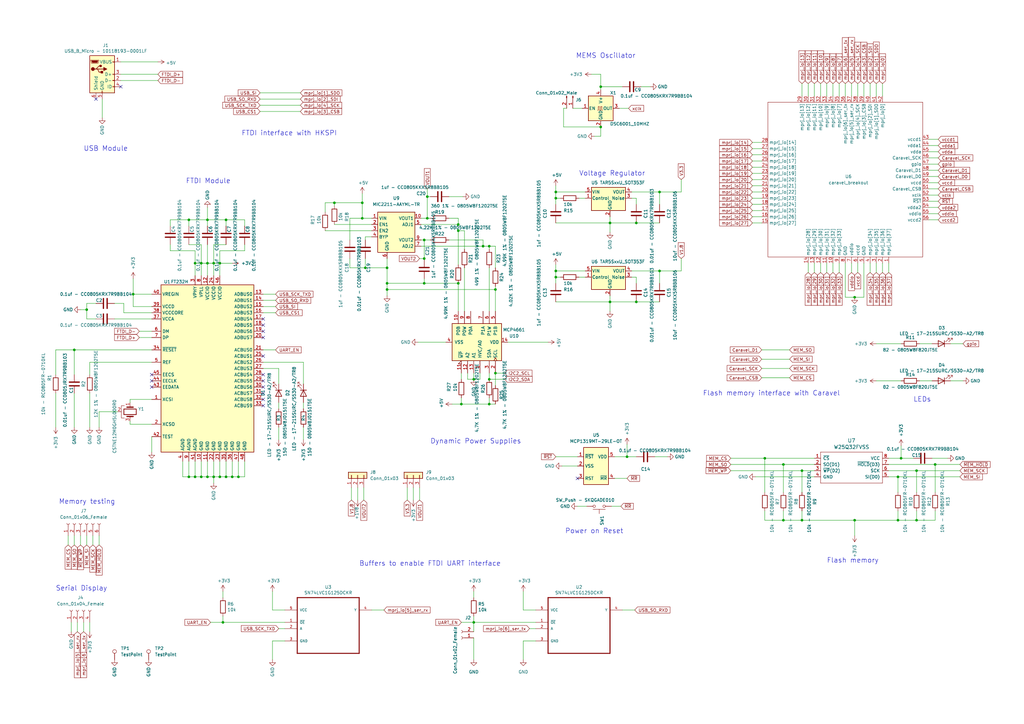
<source format=kicad_sch>
(kicad_sch (version 20211123) (generator eeschema)
  (paper "A3")
  (junction (at 375.92 213.36))
  (junction (at 246.38 35.56))
  (junction (at 97.79 195.58))
  (junction (at 173.99 116.205))
  (junction (at 246.38 52.07))
  (junction (at 173.99 98.425))
  (junction (at 158.75 118.745))
  (junction (at 85.09 90.17))
  (junction (at 198.12 100.965))
  (junction (at 85.09 195.58))
  (junction (at 368.3 195.58))
  (junction (at 187.96 92.075))
  (junction (at 203.2 118.745))
  (junction (at 30.48 143.51))
  (junction (at 200.66 165.735))
  (junction (at 148.59 83.185))
  (junction (at 158.75 109.855))
  (junction (at 270.51 78.74))
  (junction (at 368.3 213.36))
  (junction (at 328.93 213.36))
  (junction (at 375.92 193.04))
  (junction (at 257.175 187.325))
  (junction (at 85.09 107.95))
  (junction (at 260.985 91.44))
  (junction (at 313.69 187.96))
  (junction (at 91.44 255.27))
  (junction (at 200.66 100.965))
  (junction (at 158.75 116.205))
  (junction (at 92.71 195.58))
  (junction (at 77.47 195.58))
  (junction (at 77.47 90.17))
  (junction (at 189.23 165.735))
  (junction (at 187.96 94.615))
  (junction (at 250.19 91.44))
  (junction (at 87.63 195.58))
  (junction (at 383.54 190.5))
  (junction (at 227.965 113.665))
  (junction (at 87.63 107.95))
  (junction (at 54.61 120.65))
  (junction (at 250.19 123.825))
  (junction (at 350.52 213.36))
  (junction (at 35.56 127))
  (junction (at 227.965 78.74))
  (junction (at 350.52 121.92))
  (junction (at 90.17 195.58))
  (junction (at 173.99 106.045))
  (junction (at 260.985 123.825))
  (junction (at 82.55 195.58))
  (junction (at 328.93 193.04))
  (junction (at 148.59 89.535))
  (junction (at 203.2 153.035))
  (junction (at 90.17 107.95))
  (junction (at 187.96 116.205))
  (junction (at 270.51 111.125))
  (junction (at 80.01 107.95))
  (junction (at 227.965 81.28))
  (junction (at 149.86 109.855))
  (junction (at 137.16 83.185))
  (junction (at 369.57 187.96))
  (junction (at 227.965 111.125))
  (junction (at 194.31 255.27))
  (junction (at 200.66 155.575))
  (junction (at 194.31 155.575))
  (junction (at 321.31 190.5))
  (junction (at 175.26 80.645))
  (junction (at 95.25 195.58))
  (junction (at 175.26 89.535))
  (junction (at 80.01 195.58))
  (junction (at 321.31 213.36))
  (junction (at 92.71 90.17))
  (junction (at 82.55 107.95))
  (no_connect (at 107.95 138.43))
  (no_connect (at 107.95 133.35))
  (no_connect (at 62.23 158.75))
  (no_connect (at 62.23 153.67))
  (no_connect (at 62.23 156.21))
  (no_connect (at 107.95 130.81))
  (no_connect (at 107.95 146.05))
  (no_connect (at 107.95 135.89))
  (no_connect (at 39.37 40.64))
  (no_connect (at 49.53 35.56))
  (no_connect (at 107.95 163.83))
  (no_connect (at 236.855 196.215))
  (no_connect (at 107.95 158.75))
  (no_connect (at 107.95 156.21))
  (no_connect (at 107.95 161.29))
  (no_connect (at 107.95 166.37))
  (no_connect (at 107.95 153.67))
  (wire (pts (xy 22.86 161.29) (xy 22.86 175.26)))
  (wire (pts (xy 35.56 127) (xy 35.56 124.46)))
  (wire (pts (xy 359.41 111.76) (xy 359.41 107.95)))
  (wire (pts (xy 312.42 151.13) (xy 323.85 151.13)))
  (wire (pts (xy 53.34 172.72) (xy 53.34 173.99)))
  (wire (pts (xy 54.61 120.65) (xy 62.23 120.65)))
  (wire (pts (xy 203.2 118.745) (xy 203.2 127.635)))
  (wire (pts (xy 389.89 156.21) (xy 394.97 156.21)))
  (wire (pts (xy 219.71 250.19) (xy 214.63 250.19)))
  (wire (pts (xy 227.965 81.28) (xy 229.87 81.28)))
  (wire (pts (xy 172.085 200.025) (xy 172.085 205.105)))
  (wire (pts (xy 364.49 190.5) (xy 383.54 190.5)))
  (wire (pts (xy 200.66 100.965) (xy 203.2 100.965)))
  (wire (pts (xy 321.31 190.5) (xy 321.31 201.93)))
  (wire (pts (xy 30.48 143.51) (xy 62.23 143.51)))
  (wire (pts (xy 74.93 195.58) (xy 77.47 195.58)))
  (wire (pts (xy 346.71 39.37) (xy 346.71 34.29)))
  (wire (pts (xy 190.5 109.855) (xy 190.5 127.635)))
  (wire (pts (xy 252.095 187.325) (xy 257.175 187.325)))
  (wire (pts (xy 187.96 92.075) (xy 172.72 92.075)))
  (wire (pts (xy 381 80.01) (xy 384.81 80.01)))
  (wire (pts (xy 252.095 196.215) (xy 257.175 196.215)))
  (wire (pts (xy 80.01 195.58) (xy 82.55 195.58)))
  (wire (pts (xy 90.17 113.03) (xy 90.17 107.95)))
  (wire (pts (xy 191.77 153.035) (xy 191.77 155.575)))
  (wire (pts (xy 100.33 90.17) (xy 100.33 92.71)))
  (wire (pts (xy 194.31 245.11) (xy 194.31 242.57)))
  (wire (pts (xy 361.95 39.37) (xy 361.95 34.29)))
  (wire (pts (xy 90.17 107.95) (xy 90.17 102.87)))
  (wire (pts (xy 361.95 111.76) (xy 361.95 107.95)))
  (wire (pts (xy 100.33 195.58) (xy 97.79 195.58)))
  (wire (pts (xy 321.31 209.55) (xy 321.31 213.36)))
  (wire (pts (xy 381 57.15) (xy 384.81 57.15)))
  (wire (pts (xy 194.31 270.51) (xy 194.31 261.62)))
  (wire (pts (xy 149.86 97.155) (xy 149.86 98.425)))
  (wire (pts (xy 270.51 111.125) (xy 279.4 111.125)))
  (wire (pts (xy 124.46 180.34) (xy 124.46 175.26)))
  (wire (pts (xy 381 82.55) (xy 384.81 82.55)))
  (wire (pts (xy 133.35 94.615) (xy 152.4 94.615)))
  (wire (pts (xy 308.61 83.82) (xy 312.42 83.82)))
  (wire (pts (xy 369.57 187.96) (xy 374.65 187.96)))
  (wire (pts (xy 46.99 124.46) (xy 50.8 124.46)))
  (wire (pts (xy 279.4 73.66) (xy 279.4 78.74)))
  (wire (pts (xy 49.53 25.4) (xy 64.77 25.4)))
  (wire (pts (xy 246.38 36.83) (xy 246.38 35.56)))
  (wire (pts (xy 124.46 148.59) (xy 107.95 148.59)))
  (wire (pts (xy 313.69 187.96) (xy 313.69 201.93)))
  (wire (pts (xy 359.41 39.37) (xy 359.41 34.29)))
  (wire (pts (xy 173.99 114.3) (xy 173.99 116.205)))
  (wire (pts (xy 389.89 140.97) (xy 394.97 140.97)))
  (wire (pts (xy 172.085 106.045) (xy 173.99 106.045)))
  (wire (pts (xy 80.01 102.87) (xy 69.85 102.87)))
  (wire (pts (xy 158.75 118.745) (xy 158.75 121.285)))
  (wire (pts (xy 227.965 83.82) (xy 227.965 81.28)))
  (wire (pts (xy 92.71 90.17) (xy 92.71 92.71)))
  (wire (pts (xy 259.08 78.74) (xy 270.51 78.74)))
  (wire (pts (xy 143.51 89.535) (xy 148.59 89.535)))
  (wire (pts (xy 187.96 89.535) (xy 184.15 89.535)))
  (wire (pts (xy 194.31 155.575) (xy 196.85 155.575)))
  (wire (pts (xy 381 62.23) (xy 384.81 62.23)))
  (wire (pts (xy 92.71 189.23) (xy 92.71 195.58)))
  (wire (pts (xy 30.48 219.71) (xy 30.48 223.52)))
  (wire (pts (xy 334.01 111.76) (xy 334.01 107.95)))
  (wire (pts (xy 85.09 195.58) (xy 87.63 195.58)))
  (wire (pts (xy 339.09 111.76) (xy 339.09 107.95)))
  (wire (pts (xy 182.88 140.335) (xy 171.45 140.335)))
  (wire (pts (xy 95.25 195.58) (xy 92.71 195.58)))
  (wire (pts (xy 87.63 100.33) (xy 92.71 100.33)))
  (wire (pts (xy 111.76 270.51) (xy 111.76 262.89)))
  (wire (pts (xy 82.55 100.33) (xy 77.47 100.33)))
  (wire (pts (xy 40.64 168.91) (xy 48.26 168.91)))
  (wire (pts (xy 158.75 118.745) (xy 203.2 118.745)))
  (wire (pts (xy 299.72 187.96) (xy 313.69 187.96)))
  (wire (pts (xy 203.2 153.035) (xy 203.2 158.115)))
  (wire (pts (xy 203.2 109.855) (xy 203.2 100.965)))
  (wire (pts (xy 246.38 35.56) (xy 246.38 30.48)))
  (wire (pts (xy 383.54 213.36) (xy 383.54 209.55)))
  (wire (pts (xy 234.95 44.45) (xy 238.76 44.45)))
  (wire (pts (xy 30.48 161.29) (xy 30.48 175.26)))
  (wire (pts (xy 184.15 80.645) (xy 189.865 80.645)))
  (wire (pts (xy 268.605 187.325) (xy 273.685 187.325)))
  (wire (pts (xy 106.68 40.64) (xy 123.19 40.64)))
  (wire (pts (xy 90.17 102.87) (xy 100.33 102.87)))
  (wire (pts (xy 50.8 128.27) (xy 62.23 128.27)))
  (wire (pts (xy 250.19 88.9) (xy 250.19 91.44)))
  (wire (pts (xy 214.63 242.57) (xy 214.63 250.19)))
  (wire (pts (xy 250.19 91.44) (xy 260.985 91.44)))
  (wire (pts (xy 214.63 262.89) (xy 219.71 262.89)))
  (wire (pts (xy 190.5 94.615) (xy 190.5 102.235)))
  (wire (pts (xy 33.02 219.71) (xy 33.02 223.52)))
  (wire (pts (xy 137.16 83.185) (xy 137.16 84.455)))
  (wire (pts (xy 173.99 98.425) (xy 173.99 106.045)))
  (wire (pts (xy 259.08 113.665) (xy 260.985 113.665)))
  (wire (pts (xy 237.49 81.28) (xy 240.03 81.28)))
  (wire (pts (xy 308.61 66.04) (xy 312.42 66.04)))
  (wire (pts (xy 308.61 78.74) (xy 312.42 78.74)))
  (wire (pts (xy 85.09 107.95) (xy 85.09 100.33)))
  (wire (pts (xy 383.54 190.5) (xy 393.7 190.5)))
  (wire (pts (xy 369.57 182.88) (xy 369.57 187.96)))
  (wire (pts (xy 381 69.85) (xy 384.81 69.85)))
  (wire (pts (xy 341.63 39.37) (xy 341.63 34.29)))
  (wire (pts (xy 173.99 98.425) (xy 176.53 98.425)))
  (wire (pts (xy 116.84 250.19) (xy 111.76 250.19)))
  (wire (pts (xy 356.87 111.76) (xy 356.87 107.95)))
  (wire (pts (xy 312.42 154.94) (xy 323.85 154.94)))
  (wire (pts (xy 173.99 116.205) (xy 187.96 116.205)))
  (wire (pts (xy 100.33 102.87) (xy 100.33 100.33)))
  (wire (pts (xy 368.3 213.36) (xy 375.92 213.36)))
  (wire (pts (xy 246.38 30.48) (xy 242.57 30.48)))
  (wire (pts (xy 230.505 191.135) (xy 236.855 191.135)))
  (wire (pts (xy 313.69 213.36) (xy 321.31 213.36)))
  (wire (pts (xy 116.84 255.27) (xy 91.44 255.27)))
  (wire (pts (xy 217.17 257.81) (xy 219.71 257.81)))
  (wire (pts (xy 172.72 98.425) (xy 173.99 98.425)))
  (wire (pts (xy 187.96 89.535) (xy 187.96 92.075)))
  (wire (pts (xy 237.49 113.665) (xy 240.03 113.665)))
  (wire (pts (xy 69.85 102.87) (xy 69.85 100.33)))
  (wire (pts (xy 194.31 259.08) (xy 194.31 255.27)))
  (wire (pts (xy 143.51 109.855) (xy 149.86 109.855)))
  (wire (pts (xy 344.17 111.76) (xy 344.17 107.95)))
  (wire (pts (xy 231.14 44.45) (xy 232.41 44.45)))
  (wire (pts (xy 194.31 255.27) (xy 189.23 255.27)))
  (wire (pts (xy 381 77.47) (xy 384.81 77.47)))
  (wire (pts (xy 82.55 189.23) (xy 82.55 195.58)))
  (wire (pts (xy 85.09 113.03) (xy 85.09 107.95)))
  (wire (pts (xy 308.61 58.42) (xy 312.42 58.42)))
  (wire (pts (xy 208.28 140.335) (xy 224.79 140.335)))
  (wire (pts (xy 185.42 165.735) (xy 189.23 165.735)))
  (wire (pts (xy 114.3 167.64) (xy 114.3 165.1)))
  (wire (pts (xy 375.92 193.04) (xy 393.7 193.04)))
  (wire (pts (xy 313.69 213.36) (xy 313.69 209.55)))
  (wire (pts (xy 383.54 190.5) (xy 383.54 201.93)))
  (wire (pts (xy 169.545 200.025) (xy 169.545 205.105)))
  (wire (pts (xy 260.985 81.28) (xy 260.985 83.82)))
  (wire (pts (xy 227.965 123.825) (xy 250.19 123.825)))
  (wire (pts (xy 250.825 207.645) (xy 254.635 207.645)))
  (wire (pts (xy 62.23 185.42) (xy 62.23 179.07)))
  (wire (pts (xy 381 67.31) (xy 384.81 67.31)))
  (wire (pts (xy 349.25 111.76) (xy 349.25 107.95)))
  (wire (pts (xy 227.965 187.325) (xy 236.855 187.325)))
  (wire (pts (xy 308.61 81.28) (xy 312.42 81.28)))
  (wire (pts (xy 381 90.17) (xy 384.81 90.17)))
  (wire (pts (xy 328.93 39.37) (xy 328.93 34.29)))
  (wire (pts (xy 194.31 153.035) (xy 194.31 155.575)))
  (wire (pts (xy 114.3 257.81) (xy 116.84 257.81)))
  (wire (pts (xy 341.63 111.76) (xy 341.63 107.95)))
  (wire (pts (xy 257.175 187.325) (xy 257.175 182.245)))
  (wire (pts (xy 257.175 187.325) (xy 260.985 187.325)))
  (wire (pts (xy 97.79 195.58) (xy 95.25 195.58)))
  (wire (pts (xy 148.59 89.535) (xy 152.4 89.535)))
  (wire (pts (xy 152.4 250.19) (xy 157.48 250.19)))
  (wire (pts (xy 148.59 83.185) (xy 148.59 89.535)))
  (wire (pts (xy 62.23 130.81) (xy 46.99 130.81)))
  (wire (pts (xy 124.46 148.59) (xy 124.46 157.48)))
  (wire (pts (xy 54.61 114.3) (xy 54.61 120.65)))
  (wire (pts (xy 144.145 200.025) (xy 144.145 205.105)))
  (wire (pts (xy 143.51 98.425) (xy 143.51 89.535)))
  (wire (pts (xy 187.96 116.205) (xy 187.96 127.635)))
  (wire (pts (xy 87.63 113.03) (xy 87.63 107.95)))
  (wire (pts (xy 200.66 163.195) (xy 200.66 165.735)))
  (wire (pts (xy 90.17 195.58) (xy 87.63 195.58)))
  (wire (pts (xy 124.46 167.64) (xy 124.46 165.1)))
  (wire (pts (xy 187.96 92.075) (xy 187.96 94.615)))
  (wire (pts (xy 270.51 78.74) (xy 279.4 78.74)))
  (wire (pts (xy 203.2 153.035) (xy 207.01 153.035)))
  (wire (pts (xy 175.26 80.645) (xy 175.26 89.535)))
  (wire (pts (xy 27.94 219.71) (xy 27.94 223.52)))
  (wire (pts (xy 270.51 78.74) (xy 270.51 83.82)))
  (wire (pts (xy 77.47 90.17) (xy 85.09 90.17)))
  (wire (pts (xy 38.1 219.71) (xy 38.1 223.52)))
  (wire (pts (xy 187.96 94.615) (xy 190.5 94.615)))
  (wire (pts (xy 312.42 143.51) (xy 323.85 143.51)))
  (wire (pts (xy 133.35 83.185) (xy 137.16 83.185)))
  (wire (pts (xy 351.79 39.37) (xy 351.79 34.29)))
  (wire (pts (xy 350.52 219.71) (xy 350.52 213.36)))
  (wire (pts (xy 255.27 250.19) (xy 260.35 250.19)))
  (wire (pts (xy 35.56 130.81) (xy 39.37 130.81)))
  (wire (pts (xy 331.47 111.76) (xy 331.47 107.95)))
  (wire (pts (xy 85.09 107.95) (xy 87.63 107.95)))
  (wire (pts (xy 270.51 111.125) (xy 270.51 116.205)))
  (wire (pts (xy 158.75 116.205) (xy 158.75 118.745)))
  (wire (pts (xy 200.66 153.035) (xy 200.66 155.575)))
  (wire (pts (xy 77.47 90.17) (xy 69.85 90.17)))
  (wire (pts (xy 92.71 90.17) (xy 100.33 90.17)))
  (wire (pts (xy 336.55 111.76) (xy 336.55 107.95)))
  (wire (pts (xy 82.55 195.58) (xy 85.09 195.58)))
  (wire (pts (xy 381 64.77) (xy 384.81 64.77)))
  (wire (pts (xy 308.61 91.44) (xy 312.42 91.44)))
  (wire (pts (xy 82.55 107.95) (xy 85.09 107.95)))
  (wire (pts (xy 227.965 91.44) (xy 250.19 91.44)))
  (wire (pts (xy 173.99 106.045) (xy 173.99 106.68)))
  (wire (pts (xy 368.3 195.58) (xy 393.7 195.58)))
  (wire (pts (xy 246.38 55.88) (xy 246.38 52.07)))
  (wire (pts (xy 250.19 123.825) (xy 250.19 127.635)))
  (wire (pts (xy 200.66 165.735) (xy 203.2 165.735)))
  (wire (pts (xy 143.51 106.045) (xy 143.51 109.855)))
  (wire (pts (xy 85.09 90.17) (xy 92.71 90.17)))
  (wire (pts (xy 36.83 153.67) (xy 36.83 148.59)))
  (wire (pts (xy 80.01 189.23) (xy 80.01 195.58)))
  (wire (pts (xy 158.75 109.855) (xy 158.75 116.205)))
  (wire (pts (xy 114.3 180.34) (xy 114.3 175.26)))
  (wire (pts (xy 106.68 38.1) (xy 123.19 38.1)))
  (wire (pts (xy 260.985 113.665) (xy 260.985 116.205)))
  (wire (pts (xy 381 72.39) (xy 384.81 72.39)))
  (wire (pts (xy 214.63 270.51) (xy 214.63 262.89)))
  (wire (pts (xy 328.93 213.36) (xy 350.52 213.36)))
  (wire (pts (xy 328.93 193.04) (xy 328.93 201.93)))
  (wire (pts (xy 227.965 78.74) (xy 240.03 78.74)))
  (wire (pts (xy 36.83 161.29) (xy 36.83 175.26)))
  (wire (pts (xy 149.225 200.025) (xy 149.225 205.105)))
  (wire (pts (xy 175.26 77.47) (xy 175.26 80.645)))
  (wire (pts (xy 227.965 116.205) (xy 227.965 113.665)))
  (wire (pts (xy 381 85.09) (xy 384.81 85.09)))
  (wire (pts (xy 336.55 39.37) (xy 336.55 34.29)))
  (wire (pts (xy 231.14 44.45) (xy 231.14 52.07)))
  (wire (pts (xy 87.63 107.95) (xy 90.17 107.95)))
  (wire (pts (xy 270.51 123.825) (xy 260.985 123.825)))
  (wire (pts (xy 30.48 153.67) (xy 30.48 143.51)))
  (wire (pts (xy 54.61 125.73) (xy 62.23 125.73)))
  (wire (pts (xy 381 74.93) (xy 384.81 74.93)))
  (wire (pts (xy 308.61 71.12) (xy 312.42 71.12)))
  (wire (pts (xy 85.09 92.71) (xy 85.09 90.17)))
  (wire (pts (xy 90.17 107.95) (xy 95.25 107.95)))
  (wire (pts (xy 80.01 107.95) (xy 82.55 107.95)))
  (wire (pts (xy 91.44 255.27) (xy 86.36 255.27)))
  (wire (pts (xy 308.61 68.58) (xy 312.42 68.58)))
  (wire (pts (xy 227.965 81.28) (xy 227.965 78.74)))
  (wire (pts (xy 36.83 148.59) (xy 62.23 148.59)))
  (wire (pts (xy 346.71 107.95) (xy 346.71 121.92)))
  (wire (pts (xy 41.91 40.64) (xy 41.91 48.26)))
  (wire (pts (xy 313.69 187.96) (xy 334.01 187.96)))
  (wire (pts (xy 351.79 111.76) (xy 351.79 107.95)))
  (wire (pts (xy 194.31 252.73) (xy 194.31 255.27)))
  (wire (pts (xy 334.01 39.37) (xy 334.01 34.29)))
  (wire (pts (xy 29.21 255.27) (xy 29.21 259.08)))
  (wire (pts (xy 167.005 200.025) (xy 167.005 205.105)))
  (wire (pts (xy 262.89 35.56) (xy 266.7 35.56)))
  (wire (pts (xy 368.3 195.58) (xy 368.3 201.93)))
  (wire (pts (xy 158.75 109.855) (xy 158.75 106.045)))
  (wire (pts (xy 243.84 55.88) (xy 246.38 55.88)))
  (wire (pts (xy 35.56 124.46) (xy 39.37 124.46)))
  (wire (pts (xy 82.55 107.95) (xy 82.55 100.33)))
  (wire (pts (xy 364.49 193.04) (xy 375.92 193.04)))
  (wire (pts (xy 82.55 113.03) (xy 82.55 107.95)))
  (wire (pts (xy 172.72 100.965) (xy 198.12 100.965)))
  (wire (pts (xy 87.63 189.23) (xy 87.63 195.58)))
  (wire (pts (xy 149.86 109.855) (xy 158.75 109.855)))
  (wire (pts (xy 236.855 207.645) (xy 240.665 207.645)))
  (wire (pts (xy 57.15 135.89) (xy 62.23 135.89)))
  (wire (pts (xy 107.95 143.51) (xy 113.03 143.51)))
  (wire (pts (xy 90.17 189.23) (xy 90.17 195.58)))
  (wire (pts (xy 227.965 113.665) (xy 229.87 113.665)))
  (wire (pts (xy 339.09 39.37) (xy 339.09 34.29)))
  (wire (pts (xy 111.76 262.89) (xy 116.84 262.89)))
  (wire (pts (xy 149.86 106.045) (xy 149.86 109.855)))
  (wire (pts (xy 34.29 255.27) (xy 34.29 259.08)))
  (wire (pts (xy 33.02 127) (xy 35.56 127)))
  (wire (pts (xy 107.95 128.27) (xy 113.03 128.27)))
  (wire (pts (xy 364.49 111.76) (xy 364.49 107.95)))
  (wire (pts (xy 189.23 165.735) (xy 200.66 165.735)))
  (wire (pts (xy 198.12 100.965) (xy 200.66 100.965)))
  (wire (pts (xy 346.71 121.92) (xy 350.52 121.92)))
  (wire (pts (xy 107.95 125.73) (xy 113.03 125.73)))
  (wire (pts (xy 53.34 173.99) (xy 62.23 173.99)))
  (wire (pts (xy 77.47 189.23) (xy 77.47 195.58)))
  (wire (pts (xy 350.52 213.36) (xy 368.3 213.36)))
  (wire (pts (xy 175.26 89.535) (xy 176.53 89.535)))
  (wire (pts (xy 36.83 255.27) (xy 36.83 259.08)))
  (wire (pts (xy 49.53 33.02) (xy 64.77 33.02)))
  (wire (pts (xy 354.33 121.92) (xy 354.33 107.95)))
  (wire (pts (xy 198.12 98.425) (xy 198.12 100.965)))
  (wire (pts (xy 259.08 81.28) (xy 260.985 81.28)))
  (wire (pts (xy 250.19 121.285) (xy 250.19 123.825)))
  (wire (pts (xy 77.47 195.58) (xy 80.01 195.58)))
  (wire (pts (xy 54.61 120.65) (xy 54.61 125.73)))
  (wire (pts (xy 31.75 255.27) (xy 31.75 259.08)))
  (wire (pts (xy 227.965 111.125) (xy 240.03 111.125)))
  (wire (pts (xy 308.61 60.96) (xy 312.42 60.96)))
  (wire (pts (xy 53.34 165.1) (xy 53.34 163.83)))
  (wire (pts (xy 100.33 189.23) (xy 100.33 195.58)))
  (wire (pts (xy 22.86 153.67) (xy 22.86 143.51)))
  (wire (pts (xy 308.61 73.66) (xy 312.42 73.66)))
  (wire (pts (xy 22.86 143.51) (xy 30.48 143.51)))
  (wire (pts (xy 382.27 187.96) (xy 388.62 187.96)))
  (wire (pts (xy 50.8 124.46) (xy 50.8 128.27)))
  (wire (pts (xy 85.09 90.17) (xy 85.09 85.09)))
  (wire (pts (xy 148.59 83.185) (xy 148.59 79.375)))
  (wire (pts (xy 321.31 190.5) (xy 334.01 190.5)))
  (wire (pts (xy 172.72 89.535) (xy 175.26 89.535)))
  (wire (pts (xy 114.3 151.13) (xy 114.3 157.48)))
  (wire (pts (xy 359.41 156.21) (xy 369.57 156.21)))
  (wire (pts (xy 375.92 213.36) (xy 383.54 213.36)))
  (wire (pts (xy 111.76 242.57) (xy 111.76 250.19)))
  (wire (pts (xy 137.16 92.075) (xy 152.4 92.075)))
  (wire (pts (xy 344.17 39.37) (xy 344.17 34.29)))
  (wire (pts (xy 246.38 35.56) (xy 255.27 35.56)))
  (wire (pts (xy 107.95 123.19) (xy 113.03 123.19)))
  (wire (pts (xy 227.965 108.585) (xy 227.965 111.125)))
  (wire (pts (xy 309.88 195.58) (xy 334.01 195.58)))
  (wire (pts (xy 203.2 117.475) (xy 203.2 118.745)))
  (wire (pts (xy 175.26 80.645) (xy 176.53 80.645)))
  (wire (pts (xy 92.71 195.58) (xy 90.17 195.58)))
  (wire (pts (xy 184.15 98.425) (xy 198.12 98.425)))
  (wire (pts (xy 231.14 52.07) (xy 246.38 52.07)))
  (wire (pts (xy 87.63 198.12) (xy 87.63 195.58)))
  (wire (pts (xy 35.56 127) (xy 35.56 130.81)))
  (wire (pts (xy 328.93 193.04) (xy 334.01 193.04)))
  (wire (pts (xy 349.25 39.37) (xy 349.25 34.29)))
  (wire (pts (xy 189.23 163.195) (xy 189.23 165.735)))
  (wire (pts (xy 308.61 63.5) (xy 312.42 63.5)))
  (wire (pts (xy 250.19 123.825) (xy 260.985 123.825)))
  (wire (pts (xy 158.75 116.205) (xy 173.99 116.205)))
  (wire (pts (xy 356.87 39.37) (xy 356.87 34.29)))
  (wire (pts (xy 375.92 209.55) (xy 375.92 213.36)))
  (wire (pts (xy 189.23 153.035) (xy 189.23 155.575)))
  (wire (pts (xy 91.44 252.73) (xy 91.44 255.27)))
  (wire (pts (xy 270.51 91.44) (xy 260.985 91.44)))
  (wire (pts (xy 137.16 83.185) (xy 148.59 83.185)))
  (wire (pts (xy 200.66 100.965) (xy 200.66 102.235)))
  (wire (pts (xy 308.61 86.36) (xy 312.42 86.36)))
  (wire (pts (xy 227.965 113.665) (xy 227.965 111.125)))
  (wire (pts (xy 299.72 193.04) (xy 328.93 193.04)))
  (wire (pts (xy 87.63 107.95) (xy 87.63 100.33)))
  (wire (pts (xy 331.47 39.37) (xy 331.47 34.29)))
  (wire (pts (xy 91.44 245.11) (xy 91.44 242.57)))
  (wire (pts (xy 364.49 195.58) (xy 368.3 195.58)))
  (wire (pts (xy 74.93 189.23) (xy 74.93 195.58)))
  (wire (pts (xy 80.01 107.95) (xy 80.01 113.03)))
  (wire (pts (xy 219.71 255.27) (xy 194.31 255.27)))
  (wire (pts (xy 49.53 30.48) (xy 64.77 30.48)))
  (wire (pts (xy 377.19 140.97) (xy 382.27 140.97)))
  (wire (pts (xy 40.64 219.71) (xy 40.64 223.52)))
  (wire (pts (xy 359.41 140.97) (xy 369.57 140.97)))
  (wire (pts (xy 85.09 189.23) (xy 85.09 195.58)))
  (wire (pts (xy 95.25 189.23) (xy 95.25 195.58)))
  (wire (pts (xy 350.52 121.92) (xy 354.33 121.92)))
  (wire (pts (xy 200.66 109.855) (xy 200.66 127.635)))
  (wire (pts (xy 227.965 76.2) (xy 227.965 78.74)))
  (wire (pts (xy 312.42 147.32) (xy 323.85 147.32)))
  (wire (pts (xy 53.34 163.83) (xy 62.23 163.83)))
  (wire (pts (xy 196.85 153.035) (xy 196.85 155.575)))
  (wire (pts (xy 377.19 156.21) (xy 382.27 156.21)))
  (wire (pts (xy 40.64 175.26) (xy 40.64 168.91)))
  (wire (pts (xy 123.19 43.18) (xy 106.68 43.18)))
  (wire (pts (xy 381 87.63) (xy 384.81 87.63)))
  (wire (pts (xy 308.61 88.9) (xy 312.42 88.9)))
  (wire (pts (xy 308.61 76.2) (xy 312.42 76.2)))
  (wire (pts (xy 200.66 155.575) (xy 207.01 155.575)))
  (wire (pts (xy 354.33 39.37) (xy 354.33 34.29)))
  (wire (pts (xy 259.08 111.125) (xy 270.51 111.125)))
  (wire (pts (xy 299.72 190.5) (xy 321.31 190.5)))
  (wire (pts (xy 279.4 106.045) (xy 279.4 111.125)))
  (wire (pts (xy 375.92 193.04) (xy 375.92 201.93)))
  (wire (pts (xy 381 59.69) (xy 384.81 59.69)))
  (wire (pts (xy 69.85 90.17) (xy 69.85 92.71)))
  (wire (pts (xy 133.35 83.185) (xy 133.35 86.995)))
  (wire (pts (xy 149.86 97.155) (xy 152.4 97.155)))
  (wire (pts (xy 77.47 92.71) (xy 77.47 90.17)))
  (wire (pts (xy 191.77 155.575) (xy 194.31 155.575)))
  (wire (pts (xy 107.95 120.65) (xy 113.03 120.65)))
  (wire (pts (xy 35.56 219.71) (xy 35.56 223.52)))
  (wire (pts (xy 106.68 45.72) (xy 123.19 45.72)))
  (wire (pts (xy 57.15 138.43) (xy 62.23 138.43)))
  (wire (pts (xy 97.79 189.23) (xy 97.79 195.58)))
  (wire (pts (xy 80.01 102.87) (xy 80.01 107.95)))
  (wire (pts (xy 321.31 213.36) (xy 328.93 213.36)))
  (wire (pts (xy 368.3 209.55) (xy 368.3 213.36)))
  (wire (pts (xy 364.49 187.96) (xy 369.57 187.96)))
  (wire (pts (xy 146.685 200.025) (xy 146.685 205.105)))
  (wire (pts (xy 328.93 209.55) (xy 328.93 213.36)))
  (wire (pts (xy 250.19 91.44) (xy 250.19 95.25)))
  (wire (pts (xy 187.96 94.615) (xy 187.96 108.585)))
  (wire (pts (xy 254 44.45) (xy 257.81 44.45)))
  (wire (pts (xy 114.3 151.13) (xy 107.95 151.13)))
  (text "Serial Display" (at 22.86 242.57 0) (effects (font (size 2 2)) (justify left bottom)))
  (text "LEDs" (at 374.65 165.1 0) (effects (font (size 2 2)) (justify left bottom)))
  (text "Dynamic Power Supplies" (at 176.53 182.245 0) (effects (font (size 2 2)) (justify left bottom)))
  (text "Flash memory interface with Caravel\n" (at 288.29 162.56 0) (effects (font (size 2 2)) (justify left bottom)))
  (text "Power on Reset" (at 231.775 219.075 0) (effects (font (size 2 2)) (justify left bottom)))
  (text "Flash memory" (at 339.09 231.14 0) (effects (font (size 2 2)) (justify left bottom)))
  (text "Memory testing" (at 24.13 207.01 0) (effects (font (size 2 2)) (justify left bottom)))
  (text "FTDI interface with HKSPI\n" (at 99.06 55.88 0) (effects (font (size 2 2)) (justify left bottom)))
  (text "FTDI Module\n\n" (at 76.2 78.74 0) (effects (font (size 2 2)) (justify left bottom)))
  (text "USB Module\n" (at 34.29 62.23 0) (effects (font (size 2 2)) (justify left bottom)))
  (text "MEMS Oscillator" (at 236.22 24.13 0) (effects (font (size 2 2)) (justify left bottom)))
  (text "Voltage Regulator\n" (at 237.49 72.39 0) (effects (font (size 2 2)) (justify left bottom)))
  (text "Buffers to enable FTDI UART interface" (at 147.32 232.41 0) (effects (font (size 2 2)) (justify left bottom)))
  (global_label "mprj_io[18]" (shape input) (at 308.61 68.58 180) (property "Intersheet References" "${INTERSHEET_REFS}" (effects hide)))
  (global_label "mprj_io[5]_ser_rx" (shape input) (at 31.75 259.08 270) (property "Intersheet References" "${INTERSHEET_REFS}" (effects hide)))
  (global_label "Caravel_D0" (shape input) (at 384.81 72.39 0) (property "Intersheet References" "${INTERSHEET_REFS}" (effects hide)))
  (global_label "mprj_io[9]" (shape input) (at 339.09 34.29 90) (property "Intersheet References" "${INTERSHEET_REFS}" (effects hide)))
  (global_label "mprj_io[36]" (shape input) (at 361.95 111.76 270) (property "Intersheet References" "${INTERSHEET_REFS}" (effects hide)))
  (global_label "MEM_SCK" (shape input) (at 323.85 151.13 0) (property "Intersheet References" "${INTERSHEET_REFS}" (effects hide)))
  (global_label "mprj_io[3]_CSB" (shape input) (at 123.19 45.72 0) (property "Intersheet References" "${INTERSHEET_REFS}" (effects hide)))
  (global_label "MEM_SI" (shape input) (at 35.56 223.52 270) (property "Intersheet References" "${INTERSHEET_REFS}" (effects hide)))
  (global_label "~{MEM_WP}" (shape input) (at 33.02 223.52 270) (property "Intersheet References" "${INTERSHEET_REFS}" (effects hide)))
  (global_label "USB_CS1" (shape input) (at 106.68 45.72 180) (property "Intersheet References" "${INTERSHEET_REFS}" (effects hide)))
  (global_label "UART_EN" (shape input) (at 189.23 255.27 180) (property "Intersheet References" "${INTERSHEET_REFS}" (effects hide)))
  (global_label "mprj_io[22]" (shape input) (at 308.61 78.74 180) (property "Intersheet References" "${INTERSHEET_REFS}" (effects hide)))
  (global_label "mprj_io[35]" (shape input) (at 359.41 111.76 270) (property "Intersheet References" "${INTERSHEET_REFS}" (effects hide)))
  (global_label "MEM_SCK" (shape input) (at 393.7 193.04 0) (property "Intersheet References" "${INTERSHEET_REFS}" (effects hide)))
  (global_label "VOUT1" (shape input) (at 175.26 77.47 90) (property "Intersheet References" "${INTERSHEET_REFS}" (effects hide)))
  (global_label "vddio" (shape input) (at 349.25 111.76 270) (property "Intersheet References" "${INTERSHEET_REFS}" (effects hide)))
  (global_label "~{MR}" (shape input) (at 254.635 207.645 0) (property "Intersheet References" "${INTERSHEET_REFS}" (effects hide)))
  (global_label "vccd2" (shape input) (at 384.81 90.17 0) (property "Intersheet References" "${INTERSHEET_REFS}" (effects hide)))
  (global_label "USB_SI" (shape input) (at 113.03 125.73 0) (property "Intersheet References" "${INTERSHEET_REFS}" (effects hide)))
  (global_label "V3.3" (shape input) (at 279.4 73.66 90) (property "Intersheet References" "${INTERSHEET_REFS}" (effects hide)))
  (global_label "mprj_io[19]" (shape input) (at 308.61 71.12 180) (property "Intersheet References" "${INTERSHEET_REFS}" (effects hide)))
  (global_label "MEM_SO" (shape input) (at 299.72 190.5 180) (property "Intersheet References" "${INTERSHEET_REFS}" (effects hide)))
  (global_label "FTDI_D+" (shape input) (at 64.77 30.48 0) (property "Intersheet References" "${INTERSHEET_REFS}" (effects hide)))
  (global_label "mprj_io[17]" (shape input) (at 308.61 66.04 180) (property "Intersheet References" "${INTERSHEET_REFS}" (effects hide)))
  (global_label "mprj_io[11]" (shape input) (at 334.01 34.29 90) (property "Intersheet References" "${INTERSHEET_REFS}" (effects hide)))
  (global_label "mprj_io[2]_SDI" (shape input) (at 356.87 34.29 90) (property "Intersheet References" "${INTERSHEET_REFS}" (effects hide)))
  (global_label "V1.8" (shape input) (at 144.145 205.105 270) (property "Intersheet References" "${INTERSHEET_REFS}" (effects hide)))
  (global_label "mprj_io[6]_ser_tx" (shape input) (at 346.71 34.29 90) (property "Intersheet References" "${INTERSHEET_REFS}" (effects hide)))
  (global_label "mprj_io[4]_SCK" (shape input) (at 123.19 43.18 0) (property "Intersheet References" "${INTERSHEET_REFS}" (effects hide)))
  (global_label "mprj_io[33]" (shape input) (at 344.17 111.76 270) (property "Intersheet References" "${INTERSHEET_REFS}" (effects hide)))
  (global_label "mprj_io[10]" (shape input) (at 336.55 34.29 90) (property "Intersheet References" "${INTERSHEET_REFS}" (effects hide)))
  (global_label "USB_SO_RXD" (shape input) (at 113.03 123.19 0) (property "Intersheet References" "${INTERSHEET_REFS}" (effects hide)))
  (global_label "mprj_io[7]" (shape input) (at 344.17 34.29 90) (property "Intersheet References" "${INTERSHEET_REFS}" (effects hide)))
  (global_label "UART_EN" (shape input) (at 86.36 255.27 180) (property "Intersheet References" "${INTERSHEET_REFS}" (effects hide)))
  (global_label "V1.8" (shape input) (at 279.4 106.045 90) (property "Intersheet References" "${INTERSHEET_REFS}" (effects hide)))
  (global_label "~{MR}" (shape input) (at 257.175 196.215 0) (property "Intersheet References" "${INTERSHEET_REFS}" (effects hide)))
  (global_label "gpio" (shape input) (at 394.97 140.97 0) (property "Intersheet References" "${INTERSHEET_REFS}" (effects hide)))
  (global_label "mprj_io[23]" (shape input) (at 308.61 81.28 180) (property "Intersheet References" "${INTERSHEET_REFS}" (effects hide)))
  (global_label "vccd" (shape input) (at 351.79 111.76 270) (property "Intersheet References" "${INTERSHEET_REFS}" (effects hide)))
  (global_label "USB_SCK_TXD" (shape input) (at 106.68 43.18 180) (property "Intersheet References" "${INTERSHEET_REFS}" (effects hide)))
  (global_label "Caravel_SCK" (shape input) (at 384.81 64.77 0) (property "Intersheet References" "${INTERSHEET_REFS}" (effects hide)))
  (global_label "UART_EN" (shape input) (at 113.03 143.51 0) (property "Intersheet References" "${INTERSHEET_REFS}" (effects hide)))
  (global_label "mprj_io[12]" (shape input) (at 331.47 34.29 90) (property "Intersheet References" "${INTERSHEET_REFS}" (effects hide)))
  (global_label "mprj_io[0]" (shape input) (at 361.95 34.29 90) (property "Intersheet References" "${INTERSHEET_REFS}" (effects hide)))
  (global_label "mprj_io[5]_ser_rx" (shape input) (at 157.48 250.19 0) (property "Intersheet References" "${INTERSHEET_REFS}" (effects hide)))
  (global_label "mprj_io[31]" (shape input) (at 339.09 111.76 270) (property "Intersheet References" "${INTERSHEET_REFS}" (effects hide)))
  (global_label "mprj_io[37]" (shape input) (at 364.49 111.76 270) (property "Intersheet References" "${INTERSHEET_REFS}" (effects hide)))
  (global_label "vdda1" (shape input) (at 384.81 59.69 0) (property "Intersheet References" "${INTERSHEET_REFS}" (effects hide)))
  (global_label "~{RST}" (shape input) (at 227.965 187.325 180) (property "Intersheet References" "${INTERSHEET_REFS}" (effects hide)))
  (global_label "FTDI_D-" (shape input) (at 64.77 33.02 0) (property "Intersheet References" "${INTERSHEET_REFS}" (effects hide)))
  (global_label "mprj_io[6]_ser_tx" (shape input) (at 34.29 259.08 270) (property "Intersheet References" "${INTERSHEET_REFS}" (effects hide)))
  (global_label "V3.3" (shape input) (at 167.005 205.105 270) (property "Intersheet References" "${INTERSHEET_REFS}" (effects hide)))
  (global_label "mprj_io[34]" (shape input) (at 356.87 111.76 270) (property "Intersheet References" "${INTERSHEET_REFS}" (effects hide)))
  (global_label "mprj_io[4]_SCK" (shape input) (at 351.79 34.29 90) (property "Intersheet References" "${INTERSHEET_REFS}" (effects hide)))
  (global_label "~{MEM_HOLD}" (shape input) (at 40.64 223.52 270) (property "Intersheet References" "${INTERSHEET_REFS}" (effects hide)))
  (global_label "I2C2_SDA" (shape input) (at 207.01 155.575 0) (property "Intersheet References" "${INTERSHEET_REFS}" (effects hide)))
  (global_label "Caravel_CSB" (shape input) (at 384.81 77.47 0) (property "Intersheet References" "${INTERSHEET_REFS}" (effects hide)))
  (global_label "vccd" (shape input) (at 384.81 74.93 0) (property "Intersheet References" "${INTERSHEET_REFS}" (effects hide)))
  (global_label "vdda" (shape input) (at 384.81 62.23 0) (property "Intersheet References" "${INTERSHEET_REFS}" (effects hide)))
  (global_label "vccd1" (shape input) (at 384.81 57.15 0) (property "Intersheet References" "${INTERSHEET_REFS}" (effects hide)))
  (global_label "FTDI_D-" (shape input) (at 57.15 135.89 180) (property "Intersheet References" "${INTERSHEET_REFS}" (effects hide)))
  (global_label "mprj_io[29]" (shape input) (at 334.01 111.76 270) (property "Intersheet References" "${INTERSHEET_REFS}" (effects hide)))
  (global_label "mprj_io[30]" (shape input) (at 336.55 111.76 270) (property "Intersheet References" "${INTERSHEET_REFS}" (effects hide)))
  (global_label "~{MEM_HOLD}" (shape input) (at 393.7 190.5 0) (property "Intersheet References" "${INTERSHEET_REFS}" (effects hide)))
  (global_label "MEM_SO" (shape input) (at 30.48 223.52 270) (property "Intersheet References" "${INTERSHEET_REFS}" (effects hide)))
  (global_label "vdda2" (shape input) (at 384.81 85.09 0) (property "Intersheet References" "${INTERSHEET_REFS}" (effects hide)))
  (global_label "~{RST}" (shape input) (at 384.81 82.55 0) (property "Intersheet References" "${INTERSHEET_REFS}" (effects hide)))
  (global_label "~{MEM_WP}" (shape input) (at 299.72 193.04 180) (property "Intersheet References" "${INTERSHEET_REFS}" (effects hide)))
  (global_label "mprj_io[24]" (shape input) (at 308.61 83.82 180) (property "Intersheet References" "${INTERSHEET_REFS}" (effects hide)))
  (global_label "mprj_io[15]" (shape input) (at 308.61 60.96 180) (property "Intersheet References" "${INTERSHEET_REFS}" (effects hide)))
  (global_label "USB_SI" (shape input) (at 106.68 38.1 180) (property "Intersheet References" "${INTERSHEET_REFS}" (effects hide)))
  (global_label "mprj_io[5]_ser_rx" (shape input) (at 349.25 34.29 90) (property "Intersheet References" "${INTERSHEET_REFS}" (effects hide)))
  (global_label "USB_SCK_TXD" (shape input) (at 113.03 120.65 0) (property "Intersheet References" "${INTERSHEET_REFS}" (effects hide)))
  (global_label "USB_SO_RXD" (shape input) (at 106.68 40.64 180) (property "Intersheet References" "${INTERSHEET_REFS}" (effects hide)))
  (global_label "USB_SO_RXD" (shape input) (at 260.35 250.19 0) (property "Intersheet References" "${INTERSHEET_REFS}" (effects hide)))
  (global_label "Caravel_SCK" (shape input) (at 312.42 151.13 180) (property "Intersheet References" "${INTERSHEET_REFS}" (effects hide)))
  (global_label "mprj_io[25]" (shape input) (at 308.61 86.36 180) (property "Intersheet References" "${INTERSHEET_REFS}" (effects hide)))
  (global_label "I2C2_SCL" (shape input) (at 207.01 153.035 0) (property "Intersheet References" "${INTERSHEET_REFS}" (effects hide)))
  (global_label "Caravel_D1" (shape input) (at 384.81 69.85 0) (property "Intersheet References" "${INTERSHEET_REFS}" (effects hide)))
  (global_label "Caravel_D1" (shape input) (at 312.42 143.51 180) (property "Intersheet References" "${INTERSHEET_REFS}" (effects hide)))
  (global_label "USB_SCK_TXD" (shape input) (at 114.3 257.81 180) (property "Intersheet References" "${INTERSHEET_REFS}" (effects hide)))
  (global_label "USB_CS1" (shape input) (at 113.03 128.27 0) (property "Intersheet References" "${INTERSHEET_REFS}" (effects hide)))
  (global_label "MEM_SCK" (shape input) (at 38.1 223.52 270) (property "Intersheet References" "${INTERSHEET_REFS}" (effects hide)))
  (global_label "FTDI_D+" (shape input) (at 57.15 138.43 180) (property "Intersheet References" "${INTERSHEET_REFS}" (effects hide)))
  (global_label "MEM_CS" (shape input) (at 299.72 187.96 180) (property "Intersheet References" "${INTERSHEET_REFS}" (effects hide)))
  (global_label "VOUT1" (shape input) (at 172.085 205.105 270) (property "Intersheet References" "${INTERSHEET_REFS}" (effects hide)))
  (global_label "mprj_io[8]" (shape input) (at 341.63 34.29 90) (property "Intersheet References" "${INTERSHEET_REFS}" (effects hide)))
  (global_label "vddio" (shape input) (at 384.81 87.63 0) (property "Intersheet References" "${INTERSHEET_REFS}" (effects hide)))
  (global_label "xclk" (shape input) (at 257.81 44.45 0) (property "Intersheet References" "${INTERSHEET_REFS}" (effects hide)))
  (global_label "mprj_io[3]_CSB" (shape input) (at 354.33 34.29 90) (property "Intersheet References" "${INTERSHEET_REFS}" (effects hide)))
  (global_label "mprj_io[2]_SDI" (shape input) (at 123.19 40.64 0) (property "Intersheet References" "${INTERSHEET_REFS}" (effects hide)))
  (global_label "mprj_io[6]_ser_tx" (shape input) (at 217.17 257.81 180) (property "Intersheet References" "${INTERSHEET_REFS}" (effects hide)))
  (global_label "mprj_io[27]" (shape input) (at 308.61 91.44 180) (property "Intersheet References" "${INTERSHEET_REFS}" (effects hide)))
  (global_label "mprj_io[21]" (shape input) (at 308.61 76.2 180) (property "Intersheet References" "${INTERSHEET_REFS}" (effects hide)))
  (global_label "mprj_io[13]" (shape input) (at 328.93 34.29 90) (property "Intersheet References" "${INTERSHEET_REFS}" (effects hide)))
  (global_label "xclk" (shape input) (at 384.81 80.01 0) (property "Intersheet References" "${INTERSHEET_REFS}" (effects hide)))
  (global_label "Caravel_D0" (shape input) (at 312.42 147.32 180) (property "Intersheet References" "${INTERSHEET_REFS}" (effects hide)))
  (global_label "MEM_SI" (shape input) (at 323.85 147.32 0) (property "Intersheet References" "${INTERSHEET_REFS}" (effects hide)))
  (global_label "MEM_CS" (shape input) (at 27.94 223.52 270) (property "Intersheet References" "${INTERSHEET_REFS}" (effects hide)))
  (global_label "MEM_CS" (shape input) (at 323.85 154.94 0) (property "Intersheet References" "${INTERSHEET_REFS}" (effects hide)))
  (global_label "MEM_SI" (shape input) (at 393.7 195.58 0) (property "Intersheet References" "${INTERSHEET_REFS}" (effects hide)))
  (global_label "mprj_io[26]" (shape input) (at 308.61 88.9 180) (property "Intersheet References" "${INTERSHEET_REFS}" (effects hide)))
  (global_label "mprj_io[1]_SDO" (shape input) (at 123.19 38.1 0) (property "Intersheet References" "${INTERSHEET_REFS}" (effects hide)))
  (global_label "mprj_io[32]" (shape input) (at 341.63 111.76 270) (property "Intersheet References" "${INTERSHEET_REFS}" (effects hide)))
  (global_label "mprj_io[1]_SDO" (shape input) (at 359.41 34.29 90) (property "Intersheet References" "${INTERSHEET_REFS}" (effects hide)))
  (global_label "VOUT2" (shape input) (at 172.085 106.045 180) (property "Intersheet References" "${INTERSHEET_REFS}" (effects hide)))
  (global_label "MEM_SO" (shape input) (at 323.85 143.51 0) (property "Intersheet References" "${INTERSHEET_REFS}" (effects hide)))
  (global_label "mprj_io[20]" (shape input) (at 308.61 73.66 180) (property "Intersheet References" "${INTERSHEET_REFS}" (effects hide)))
  (global_label "gpio" (shape input) (at 384.81 67.31 0) (property "Intersheet References" "${INTERSHEET_REFS}" (effects hide)))
  (global_label "mprj_io[28]" (shape input) (at 331.47 111.76 270) (property "Intersheet References" "${INTERSHEET_REFS}" (effects hide)))
  (global_label "mprj_io[16]" (shape input) (at 308.61 63.5 180) (property "Intersheet References" "${INTERSHEET_REFS}" (effects hide)))
  (global_label "Caravel_CSB" (shape input) (at 312.42 154.94 180) (property "Intersheet References" "${INTERSHEET_REFS}" (effects hide)))
  (global_label "mprj_io[14]" (shape input) (at 308.61 58.42 180) (property "Intersheet References" "${INTERSHEET_REFS}" (effects hide)))
  (global_label "VOUT2" (shape input) (at 149.225 205.105 270) (property "Intersheet References" "${INTERSHEET_REFS}" (effects hide)))
  (symbol (lib_id "Device:C") (at 43.18 130.81 90) (unit 1)
    (property "Reference" "C3" (at 40.64 129.54 90))
    (property "Value" "0.1uf - CC0805KRX7R9BB104" (at 39.37 133.35 90))
    (property "Footprint" "Capacitor_SMD:C_0805_2012Metric" (effects hide))
  )
  (symbol (lib_id "Device:R") (at 180.34 89.535 270) (unit 1)
    (property "Reference" "R19" (at 180.34 86.995 90))
    (property "Value" "360 1% - 0805W8F1202T5E" (at 190.5 84.455 90))
    (property "Footprint" "Resistor_SMD:R_0805_2012Metric" (effects hide))
  )
  (symbol (lib_id "Oscillator:XO91") (at 246.38 44.45 0) (unit 1)
    (property "Reference" "X1" (at 250.19 38.1 0) (effects (justify left)))
    (property "Value" "DSC6001_10MHZ" (at 250.19 50.8 0) (effects (justify left)))
    (property "Footprint" "strive_foot_prints:DSC6001JE1A-010.0000" (effects hide))
    (property "Datasheet" "http://cdn-reichelt.de/documents/datenblatt/B400/XO91.pdf" (effects hide))
  )
  (symbol (lib_id "power:GND") (at 250.19 95.25 0) (unit 1)
    (property "Reference" "#PWR0112" (effects hide))
    (property "Value" "GND" (at 250.19 100.33 90))
  )
  (symbol (lib_id "power:GND") (at 194.31 270.51 0) (unit 1)
    (property "Reference" "#PWR016" (effects hide))
    (property "Value" "GND" (at 194.31 275.59 0))
  )
  (symbol (lib_id "Device:LED") (at 386.08 140.97 180) (unit 1)
    (property "Reference" "D3" (at 386.2578 134.493 0))
    (property "Value" "LED - 17-215SURC/S530-A2/TR8" (at 386.2578 136.8044 0))
    (property "Footprint" "LED_SMD:LED_1206_3216Metric" (effects hide))
  )
  (symbol (lib_id "power:+3.3V") (at 369.57 182.88 0) (unit 1)
    (property "Reference" "#PWR0106" (effects hide))
    (property "Value" "+3.3V" (at 369.57 176.53 90))
  )
  (symbol (lib_id "power:+5V") (at 224.79 140.335 270) (unit 1)
    (property "Reference" "#PWR042" (effects hide))
    (property "Value" "+5V" (at 229.1842 140.716 0))
  )
  (symbol (lib_id "Device:C") (at 30.48 157.48 180) (unit 1)
    (property "Reference" "C1" (at 29.21 160.02 90))
    (property "Value" "0.01uf - CC0805JRX7R9BB103" (at 26.67 160.02 90))
    (property "Footprint" "Capacitor_SMD:C_0805_2012Metric" (effects hide))
  )
  (symbol (lib_id "Device:C") (at 143.51 102.235 180) (unit 1)
    (property "Reference" "C18" (at 142.24 109.855 90))
    (property "Value" "1uf - CC0805KKX5R8BB105" (at 139.7 112.395 90))
    (property "Footprint" "Capacitor_SMD:C_0805_2012Metric" (effects hide))
  )
  (symbol (lib_id "power:+3.3V") (at 36.83 259.08 180) (unit 1)
    (property "Reference" "#PWR050" (effects hide))
    (property "Value" "+3.3V" (at 36.83 265.43 90))
  )
  (symbol (lib_id "Caravel_board:MCP1319MT-29LE-OT") (at 244.475 191.135 0) (unit 1)
    (property "Reference" "U5" (at 244.475 178.435 0))
    (property "Value" "MCP1319MT-29LE-OT" (at 244.475 180.975 0))
    (property "Footprint" "Caravel_Board:PoR_5_SOT23" (effects hide))
    (property "Datasheet" "https://ww1.microchip.com/downloads/en/DeviceDoc/MCP131X-2X-Voltage-Supervisor-DS20001985E.pdf" (effects hide))
  )
  (symbol (lib_id "Device:C") (at 43.18 124.46 90) (unit 1)
    (property "Reference" "C2" (at 40.64 123.19 90))
    (property "Value" "0.1uf - CC0805KRX7R9BB104" (at 39.37 120.65 90))
    (property "Footprint" "Capacitor_SMD:C_0805_2012Metric" (effects hide))
  )
  (symbol (lib_id "Device:R") (at 137.16 88.265 180) (unit 1)
    (property "Reference" "R18" (at 142.24 86.995 90) (effects (justify left)))
    (property "Value" "10k" (at 139.7 86.995 90) (effects (justify left)))
    (property "Footprint" "Resistor_SMD:R_0805_2012Metric" (effects hide))
  )
  (symbol (lib_id "power:+3.3V") (at 124.46 180.34 180) (unit 1)
    (property "Reference" "#PWR014" (effects hide))
    (property "Value" "+3.3V" (at 124.46 186.69 90))
  )
  (symbol (lib_id "power:+3.3V") (at 194.31 242.57 0) (unit 1)
    (property "Reference" "#PWR015" (effects hide))
    (property "Value" "+3.3V" (at 194.691 238.1758 0))
  )
  (symbol (lib_id "Device:LED") (at 114.3 161.29 270) (unit 1)
    (property "Reference" "D1" (at 107.823 161.1122 0))
    (property "Value" "LED - 17-215SURC/S530-A2/TR8" (at 110.49 170.18 0))
    (property "Footprint" "LED_SMD:LED_1206_3216Metric" (effects hide))
  )
  (symbol (lib_id "power:GND") (at 194.31 155.575 0) (unit 1)
    (property "Reference" "#PWR038" (effects hide))
    (property "Value" "GND" (at 194.31 160.655 90))
  )
  (symbol (lib_id "Caravel_board:SN74LVC1G125DCKR") (at 134.62 252.73 0) (unit 1)
    (property "Reference" "U3" (at 134.62 240.792 0))
    (property "Value" "SN74LVC1G125DCKR" (at 134.62 243.1034 0))
    (property "Footprint" "SOT65P210X110-5N" (effects hide))
    (property "Datasheet" "SC-70-5" (effects hide))
    (property "Field4" "76C4082" (effects hide))
    (property "Field5" "Texas Instruments" (effects hide))
    (property "Field6" "SN74LVC1G125DCKR" (effects hide))
    (property "Field7" "1470771" (effects hide))
  )
  (symbol (lib_id "Device:C") (at 100.33 96.52 0) (unit 1)
    (property "Reference" "C8" (at 101.6 93.98 90))
    (property "Value" "0.1uf - CC0805KRX7R9BB104" (at 104.14 96.52 90))
    (property "Footprint" "Capacitor_SMD:C_0805_2012Metric" (effects hide))
  )
  (symbol (lib_id "Caravel_board:SN74LVC1G125DCKR") (at 237.49 252.73 0) (unit 1)
    (property "Reference" "U2" (at 237.49 240.792 0))
    (property "Value" "SN74LVC1G125DCKR" (at 237.49 243.1034 0))
    (property "Footprint" "SOT65P210X110-5N" (effects hide))
    (property "Datasheet" "SC-70-5" (effects hide))
    (property "Field4" "76C4082" (effects hide))
    (property "Field5" "Texas Instruments" (effects hide))
    (property "Field6" "SN74LVC1G125DCKR" (effects hide))
    (property "Field7" "1470771" (effects hide))
  )
  (symbol (lib_id "power:GND") (at 29.21 259.08 0) (unit 1)
    (property "Reference" "#PWR049" (effects hide))
    (property "Value" "GND" (at 29.21 264.16 90))
  )
  (symbol (lib_id "power:GND") (at 60.96 270.51 0) (unit 1)
    (property "Reference" "#PWR0104" (effects hide))
    (property "Value" "GND" (at 60.96 275.59 90))
  )
  (symbol (lib_id "Connector:Conn_01x04_Female") (at 31.75 250.19 90) (unit 1)
    (property "Reference" "J4" (at 33.02 245.11 90))
    (property "Value" "Conn_01x04_Female" (at 33.02 247.65 90))
    (property "Footprint" "Connector_PinHeader_2.54mm:PinHeader_1x04_P2.54mm_Vertical" (effects hide))
  )
  (symbol (lib_id "power:GND") (at 40.64 175.26 0) (unit 1)
    (property "Reference" "#PWR05" (effects hide))
    (property "Value" "GND" (at 40.64 180.34 90))
  )
  (symbol (lib_id "power:GND") (at 273.685 187.325 90) (unit 1)
    (property "Reference" "#PWR0108" (effects hide))
    (property "Value" "GND" (at 278.765 187.325 90))
  )
  (symbol (lib_id "power:+3.3V") (at 242.57 30.48 90) (unit 1)
    (property "Reference" "#PWR0107" (effects hide))
    (property "Value" "+3.3V" (at 236.22 30.48 90))
  )
  (symbol (lib_id "Device:R") (at 373.38 156.21 90) (unit 1)
    (property "Reference" "R14" (at 373.38 153.67 90))
    (property "Value" "82 - 0805W8F820JT5E" (at 373.38 158.75 90))
    (property "Footprint" "Resistor_SMD:R_0805_2012Metric" (effects hide))
  )
  (symbol (lib_id "Device:C") (at 85.09 96.52 0) (unit 1)
    (property "Reference" "C6" (at 86.36 93.98 90))
    (property "Value" "0.1uf - CC0805KRX7R9BB104" (at 88.9 96.52 90))
    (property "Footprint" "Capacitor_SMD:C_0805_2012Metric" (effects hide))
  )
  (symbol (lib_id "power:GND") (at 388.62 187.96 90) (unit 1)
    (property "Reference" "#PWR046" (effects hide))
    (property "Value" "GND" (at 393.7 187.96 90))
  )
  (symbol (lib_id "Connector_Generic:Conn_01x03") (at 169.545 194.945 90) (unit 1)
    (property "Reference" "J9" (at 174.625 193.6749 90) (effects (justify right)))
    (property "Value" "Conn_01x03" (at 174.625 196.2149 90) (effects (justify right)))
    (property "Footprint" "Connector_PinHeader_2.54mm:PinHeader_1x03_P2.54mm_Vertical" (effects hide))
  )
  (symbol (lib_id "Device:C") (at 77.47 96.52 0) (unit 1)
    (property "Reference" "C5" (at 78.74 93.98 90))
    (property "Value" "0.1uf - CC0805KRX7R9BB104" (at 81.28 96.52 90))
    (property "Footprint" "Capacitor_SMD:C_0805_2012Metric" (effects hide))
  )
  (symbol (lib_id "power:GND") (at 214.63 270.51 0) (unit 1)
    (property "Reference" "#PWR020" (effects hide))
    (property "Value" "GND" (at 214.63 275.59 0))
  )
  (symbol (lib_id "Caravel_board:TAR5SxxU_SOT353F") (at 247.65 81.28 0) (unit 1)
    (property "Reference" "U5" (at 243.84 74.93 0))
    (property "Value" "TAR5SxxU_SOT353F" (at 255.27 74.93 0))
    (property "Footprint" "Caravel_Board:SOT-353F" (effects hide))
    (property "Datasheet" "https://toshiba.semicon-storage.com/info/TAR5S16U_datasheet_en_20220801.pdf?did=764&prodName=TAR5S16U" (effects hide))
  )
  (symbol (lib_id "power:GND") (at 230.505 191.135 270) (unit 1)
    (property "Reference" "#PWR025" (effects hide))
    (property "Value" "GND" (at 225.425 191.135 90))
  )
  (symbol (lib_id "Device:R") (at 114.3 171.45 0) (unit 1)
    (property "Reference" "R3" (at 114.3 171.45 90))
    (property "Value" "150 - 0805W8J0151T5E" (at 116.84 175.26 90))
    (property "Footprint" "Resistor_SMD:R_0805_2012Metric" (effects hide))
  )
  (symbol (lib_id "power:GND") (at 30.48 175.26 0) (unit 1)
    (property "Reference" "#PWR02" (effects hide))
    (property "Value" "GND" (at 30.48 180.34 90))
  )
  (symbol (lib_id "Device:R") (at 194.31 248.92 0) (unit 1)
    (property "Reference" "R5" (at 196.088 247.7516 0) (effects (justify left)))
    (property "Value" "10k" (at 196.088 250.063 0) (effects (justify left)))
    (property "Footprint" "Resistor_SMD:R_0805_2012Metric" (effects hide))
  )
  (symbol (lib_id "power:GND") (at 309.88 195.58 270) (unit 1)
    (property "Reference" "#PWR042" (effects hide))
    (property "Value" "GND" (at 304.8 195.58 90))
  )
  (symbol (lib_id "power:GND") (at 250.19 127.635 0) (unit 1)
    (property "Reference" "#PWR0101" (effects hide))
    (property "Value" "GND" (at 250.19 132.715 90))
  )
  (symbol (lib_id "power:+3.3V") (at 214.63 242.57 0) (unit 1)
    (property "Reference" "#PWR019" (effects hide))
    (property "Value" "+3.3V" (at 215.011 238.1758 0))
  )
  (symbol (lib_id "Device:R") (at 233.68 81.28 270) (unit 1)
    (property "Reference" "R15" (at 231.14 86.36 90) (effects (justify left)))
    (property "Value" "10k" (at 231.14 83.82 90) (effects (justify left)))
    (property "Footprint" "Resistor_SMD:R_0805_2012Metric" (effects hide))
  )
  (symbol (lib_id "Device:LED") (at 386.08 156.21 180) (unit 1)
    (property "Reference" "D4" (at 386.2578 149.733 0))
    (property "Value" "LED - 17-215SURC/S530-A2/TR8" (at 386.2578 152.0444 0))
    (property "Footprint" "LED_SMD:LED_1206_3216Metric" (effects hide))
  )
  (symbol (lib_id "Device:R") (at 373.38 140.97 90) (unit 1)
    (property "Reference" "R11" (at 373.38 138.43 90))
    (property "Value" "82 - 0805W8F820JT5E" (at 373.38 143.51 90))
    (property "Footprint" "Resistor_SMD:R_0805_2012Metric" (effects hide))
  )
  (symbol (lib_id "Device:Crystal_GND2") (at 53.34 168.91 270) (unit 1)
    (property "Reference" "Y1" (at 56.642 167.7416 90) (effects (justify left)))
    (property "Value" "CSTNE12M0GH5L000R0" (at 46.99 163.83 0) (effects (justify left)))
    (property "Footprint" "strive_foot_prints:CSTNE12M0GH5L000R0" (effects hide))
  )
  (symbol (lib_id "Device:C") (at 264.795 187.325 270) (unit 1)
    (property "Reference" "C14" (at 264.795 192.405 90))
    (property "Value" "0.1uf - CC0805KRX7R9BB104" (at 268.605 184.785 90))
    (property "Footprint" "Capacitor_SMD:C_0805_2012Metric" (effects hide))
  )
  (symbol (lib_id "power:+3.3V") (at 114.3 180.34 180) (unit 1)
    (property "Reference" "#PWR013" (effects hide))
    (property "Value" "+3.3V" (at 114.3 186.69 90))
  )
  (symbol (lib_id "power:GND") (at 171.45 140.335 270) (unit 1)
    (property "Reference" "#PWR032" (effects hide))
    (property "Value" "GND" (at 166.37 140.335 90))
  )
  (symbol (lib_id "power:+3.3V") (at 91.44 242.57 0) (unit 1)
    (property "Reference" "#PWR017" (effects hide))
    (property "Value" "+3.3V" (at 91.821 238.1758 0))
  )
  (symbol (lib_id "Device:R") (at 203.2 161.925 180) (unit 1)
    (property "Reference" "R25" (at 205.74 161.925 90))
    (property "Value" "4.7K 1% - 0805W8F1202T5E" (at 207.01 161.925 90))
    (property "Footprint" "Resistor_SMD:R_0805_2012Metric" (effects hide))
  )
  (symbol (lib_id "power:+3.3V") (at 169.545 205.105 180) (unit 1)
    (property "Reference" "#PWR033" (effects hide))
    (property "Value" "+3.3V" (at 169.545 211.455 90))
  )
  (symbol (lib_id "Connector:TestPoint") (at 46.99 270.51 0) (unit 1)
    (property "Reference" "TP1" (at 49.53 265.9379 0) (effects (justify left)))
    (property "Value" "TestPoint" (at 49.53 268.4779 0) (effects (justify left)))
    (property "Footprint" "TestPoint:TestPoint_Bridge_Pitch2.54mm_Drill1.0mm" (effects hide))
  )
  (symbol (lib_id "power:+3.3V") (at 257.175 182.245 0) (unit 1)
    (property "Reference" "#PWR030" (effects hide))
    (property "Value" "+3.3V" (at 257.175 175.895 90))
  )
  (symbol (lib_id "power:+5V") (at 64.77 25.4 270) (unit 1)
    (property "Reference" "#PWR09" (effects hide))
    (property "Value" "+5V" (at 68.0212 25.781 90) (effects (justify left)))
  )
  (symbol (lib_id "Device:R") (at 233.68 113.665 270) (unit 1)
    (property "Reference" "R16" (at 231.14 118.745 90) (effects (justify left)))
    (property "Value" "10k" (at 231.14 116.205 90) (effects (justify left)))
    (property "Footprint" "Resistor_SMD:R_0805_2012Metric" (effects hide))
  )
  (symbol (lib_id "Device:R") (at 187.96 112.395 180) (unit 1)
    (property "Reference" "R20" (at 185.42 112.395 90))
    (property "Value" "4.99K 1% - 0805W8F1202T5E" (at 182.88 116.205 90))
    (property "Footprint" "Resistor_SMD:R_0805_2012Metric" (effects hide))
  )
  (symbol (lib_id "power:+3.3V") (at 359.41 156.21 90) (unit 1)
    (property "Reference" "#PWR051" (effects hide))
    (property "Value" "+3.3V" (at 353.06 156.21 90))
  )
  (symbol (lib_id "power:GND") (at 243.84 55.88 270) (unit 1)
    (property "Reference" "#PWR034" (effects hide))
    (property "Value" "GND" (at 238.76 55.88 90))
  )
  (symbol (lib_id "power:+3.3V") (at 22.86 175.26 180) (unit 1)
    (property "Reference" "#PWR01" (effects hide))
    (property "Value" "+3.3V" (at 22.86 181.61 90))
  )
  (symbol (lib_id "power:GND") (at 46.99 270.51 0) (unit 1)
    (property "Reference" "#PWR0101" (effects hide))
    (property "Value" "GND" (at 46.99 275.59 90))
  )
  (symbol (lib_id "Device:C") (at 260.985 87.63 0) (unit 1)
    (property "Reference" "C11" (at 264.795 87.63 90))
    (property "Value" "0.01uf - CC0805KRX7R9BB103" (at 267.335 92.71 90))
    (property "Footprint" "Capacitor_SMD:C_0805_2012Metric" (effects hide))
  )
  (symbol (lib_id "Device:C") (at 270.51 120.015 180) (unit 1)
    (property "Reference" "C15" (at 274.32 120.015 90))
    (property "Value" "10uf - CC0805KKX5R8BB106" (at 276.86 125.095 90))
    (property "Footprint" "Capacitor_SMD:C_0805_2012Metric" (effects hide))
  )
  (symbol (lib_id "power:GND") (at 62.23 185.42 0) (unit 1)
    (property "Reference" "#PWR08" (effects hide))
    (property "Value" "GND" (at 62.23 190.5 90))
  )
  (symbol (lib_id "Device:R") (at 368.3 205.74 0) (unit 1)
    (property "Reference" "R10" (at 373.5578 205.74 90))
    (property "Value" "10k - RC0805FR-0710KL" (at 371.2464 205.74 90))
    (property "Footprint" "Resistor_SMD:R_0805_2012Metric" (effects hide))
  )
  (symbol (lib_id "power:+3.3V") (at 54.61 114.3 0) (unit 1)
    (property "Reference" "#PWR07" (effects hide))
    (property "Value" "+3.3V" (at 54.61 107.95 90))
  )
  (symbol (lib_id "Device:R") (at 321.31 205.74 0) (unit 1)
    (property "Reference" "R8" (at 326.5678 205.74 90))
    (property "Value" "10k - RC0805FR-0710KL" (at 324.2564 205.74 90))
    (property "Footprint" "Resistor_SMD:R_0805_2012Metric" (effects hide))
  )
  (symbol (lib_id "Switch:SW_Push") (at 245.745 207.645 180) (unit 1)
    (property "Reference" "SW1" (at 246.9134 211.4042 90) (effects (justify left)))
    (property "Value" "SW_Push - SKQGADE010" (at 252.095 205.105 0) (effects (justify left)))
    (property "Footprint" "strive_foot_prints:SW4-SMD-5.2X5.2X1.5MM" (effects hide))
  )
  (symbol (lib_id "power:GND") (at 87.63 198.12 0) (unit 1)
    (property "Reference" "#PWR011" (effects hide))
    (property "Value" "GND" (at 87.63 203.2 90))
  )
  (symbol (lib_id "Caravel_board:TAR5SxxU_SOT353F") (at 247.65 113.665 0) (unit 1)
    (property "Reference" "U6" (at 243.84 107.315 0))
    (property "Value" "TAR5SxxU_SOT353F" (at 255.27 107.315 0))
    (property "Footprint" "Caravel_Board:SOT-353F" (effects hide))
    (property "Datasheet" "https://toshiba.semicon-storage.com/info/TAR5S16U_datasheet_en_20220801.pdf?did=764&prodName=TAR5S16U" (effects hide))
  )
  (symbol (lib_id "power:GND") (at 189.865 80.645 90) (unit 1)
    (property "Reference" "#PWR0114" (effects hide))
    (property "Value" "GND" (at 194.945 80.645 90))
  )
  (symbol (lib_id "Device:R") (at 36.83 157.48 180) (unit 1)
    (property "Reference" "R2" (at 34.29 157.48 90))
    (property "Value" "12K 1% - 0805W8F1202T5E" (at 39.37 157.48 90))
    (property "Footprint" "Resistor_SMD:R_0805_2012Metric" (effects hide))
  )
  (symbol (lib_id "Connector:Conn_01x06_Female") (at 33.02 214.63 90) (unit 1)
    (property "Reference" "J7" (at 34.29 209.55 90))
    (property "Value" "Conn_01x06_Female" (at 34.29 212.09 90))
    (property "Footprint" "Connector_PinHeader_2.54mm:PinHeader_1x06_P2.54mm_Vertical" (effects hide))
  )
  (symbol (lib_id "power:+1V8") (at 146.685 205.105 180) (unit 1)
    (property "Reference" "#PWR027" (effects hide))
    (property "Value" "+1V8" (at 146.304 210.4898 90))
  )
  (symbol (lib_id "Caravel_board:MCP4661") (at 195.58 140.335 270) (mirror x) (unit 1)
    (property "Reference" "U10" (at 210.82 137.795 90))
    (property "Value" "MCP4661" (at 210.82 135.255 90))
    (property "Footprint" "Caravel_Board:QFN-16-1EP_4x4mm_P0.65mm_EP2.5x2.5mm" (effects hide))
    (property "Datasheet" "https://ww1.microchip.com/downloads/en/DeviceDoc/22107B.pdf" (effects hide))
  )
  (symbol (lib_id "Connector:USB_B_Micro") (at 41.91 30.48 0) (unit 1)
    (property "Reference" "J1" (at 43.3578 18.6182 0))
    (property "Value" "USB_B_Micro - 10118193-0001LF" (at 43.3578 20.9296 0))
    (property "Footprint" "strive_foot_prints:FCI_10118193-0001LF" (effects hide))
  )
  (symbol (lib_id "power:GND") (at 236.855 207.645 270) (unit 1)
    (property "Reference" "#PWR045" (effects hide))
    (property "Value" "GND" (at 231.775 207.645 90))
  )
  (symbol (lib_id "Device:R") (at 328.93 205.74 0) (unit 1)
    (property "Reference" "R9" (at 334.1878 205.74 90))
    (property "Value" "10k - RC0805FR-0710KL" (at 331.8764 205.74 90))
    (property "Footprint" "Resistor_SMD:R_0805_2012Metric" (effects hide))
  )
  (symbol (lib_id "power:+5V") (at 227.965 76.2 0) (unit 1)
    (property "Reference" "#PWR0113" (effects hide))
    (property "Value" "+5V" (at 228.346 71.8058 0))
  )
  (symbol (lib_id "Device:R") (at 200.66 106.045 180) (unit 1)
    (property "Reference" "R23" (at 204.47 106.045 90))
    (property "Value" "4.99K 1% - 0805W8F1202T5E" (at 207.01 94.615 90))
    (property "Footprint" "Resistor_SMD:R_0805_2012Metric" (effects hide))
  )
  (symbol (lib_id "Connector_Generic:Conn_01x03") (at 146.685 194.945 90) (unit 1)
    (property "Reference" "J8" (at 151.765 193.6749 90) (effects (justify right)))
    (property "Value" "Conn_01x03" (at 151.765 196.2149 90) (effects (justify right)))
    (property "Footprint" "Connector_PinHeader_2.54mm:PinHeader_1x03_P2.54mm_Vertical" (effects hide))
  )
  (symbol (lib_id "Interface_USB:FT232H") (at 85.09 151.13 0) (unit 1)
    (property "Reference" "U1" (at 68.58 115.57 0))
    (property "Value" "FT232H" (at 73.66 115.57 0))
    (property "Footprint" "Package_DFN_QFN:QFN-48-1EP_8x8mm_P0.5mm_EP6.2x6.2mm" (effects hide))
    (property "Datasheet" "http://www.ftdichip.com/Products/ICs/FT232H.htm" (effects hide))
  )
  (symbol (lib_id "Device:C") (at 227.965 87.63 180) (unit 1)
    (property "Reference" "C10" (at 223.52 87.63 90))
    (property "Value" "1uf - CC0805KKX5R8BB105" (at 220.98 87.63 90))
    (property "Footprint" "Capacitor_SMD:C_0805_2012Metric" (effects hide))
  )
  (symbol (lib_id "Device:C") (at 259.08 35.56 270) (unit 1)
    (property "Reference" "C9" (at 261.62 36.83 90))
    (property "Value" "0.1uf - CC0805KRX7R9BB104" (at 269.24 39.37 90))
    (property "Footprint" "Capacitor_SMD:C_0805_2012Metric" (effects hide))
  )
  (symbol (lib_id "power:+3.3V") (at 350.52 219.71 180) (unit 1)
    (property "Reference" "#PWR0105" (effects hide))
    (property "Value" "+3.3V" (at 350.52 226.06 90))
  )
  (symbol (lib_id "Device:C") (at 180.34 80.645 90) (unit 1)
    (property "Reference" "C20" (at 172.72 79.375 90))
    (property "Value" "1uf - CC0805KKX5R8BB105" (at 170.18 76.835 90))
    (property "Footprint" "Capacitor_SMD:C_0805_2012Metric" (effects hide))
  )
  (symbol (lib_id "power:+5V") (at 185.42 165.735 90) (unit 1)
    (property "Reference" "#PWR037" (effects hide))
    (property "Value" "+5V" (at 181.0258 165.354 0))
  )
  (symbol (lib_id "power:GND") (at 111.76 270.51 0) (unit 1)
    (property "Reference" "#PWR022" (effects hide))
    (property "Value" "GND" (at 111.76 275.59 90))
  )
  (symbol (lib_id "power:GND") (at 36.83 175.26 0) (unit 1)
    (property "Reference" "#PWR04" (effects hide))
    (property "Value" "GND" (at 36.83 180.34 90))
  )
  (symbol (lib_id "Device:R") (at 313.69 205.74 0) (unit 1)
    (property "Reference" "R7" (at 318.9478 205.74 90))
    (property "Value" "10k - RC0805FR-0710KL" (at 316.6364 205.74 90))
    (property "Footprint" "Resistor_SMD:R_0805_2012Metric" (effects hide))
  )
  (symbol (lib_id "Caravel_board:caravel_breakout_v2") (at 346.71 73.66 0) (unit 1)
    (property "Reference" "U6" (at 347.98 72.39 0))
    (property "Value" "caravel_breakout" (at 347.98 74.93 0))
    (property "Footprint" "Caravel_Board:caravel_breakout_flexy" (effects hide))
  )
  (symbol (lib_id "Caravel_board:MIC2211-AAYML-TR") (at 162.56 92.075 0) (unit 1)
    (property "Reference" "U9" (at 162.56 81.28 0))
    (property "Value" "MIC2211-AAYML-TR" (at 162.56 83.82 0))
    (property "Footprint" "Caravel_Board:10-pin_MLF_P0.5" (effects hide))
    (property "Datasheet" "https://ww1.microchip.com/downloads/en/DeviceDoc/mic2211.pdf" (effects hide))
  )
  (symbol (lib_id "power:+5V") (at 227.965 108.585 0) (unit 1)
    (property "Reference" "#PWR0111" (effects hide))
    (property "Value" "+5V" (at 228.346 104.1908 0))
  )
  (symbol (lib_id "power:GND") (at 394.97 156.21 90) (unit 1)
    (property "Reference" "#PWR052" (effects hide))
    (property "Value" "GND" (at 400.05 156.21 90))
  )
  (symbol (lib_id "power:GND") (at 33.02 127 270) (unit 1)
    (property "Reference" "#PWR03" (effects hide))
    (property "Value" "GND" (at 27.94 127 90))
  )
  (symbol (lib_id "Device:C") (at 227.965 120.015 180) (unit 1)
    (property "Reference" "C13" (at 223.52 120.015 90))
    (property "Value" "1uf - CC0805KKX5R8BB105" (at 220.98 120.015 90))
    (property "Footprint" "Capacitor_SMD:C_0805_2012Metric" (effects hide))
  )
  (symbol (lib_id "Device:R") (at 91.44 248.92 0) (unit 1)
    (property "Reference" "R6" (at 93.218 247.7516 0) (effects (justify left)))
    (property "Value" "10k" (at 93.218 250.063 0) (effects (justify left)))
    (property "Footprint" "Resistor_SMD:R_0805_2012Metric" (effects hide))
  )
  (symbol (lib_id "power:+3.3V") (at 359.41 140.97 90) (unit 1)
    (property "Reference" "#PWR044" (effects hide))
    (property "Value" "+3.3V" (at 353.06 140.97 90))
  )
  (symbol (lib_id "power:GND") (at 350.52 121.92 0) (unit 1)
    (property "Reference" "#PWR043" (effects hide))
    (property "Value" "GND" (at 350.52 127 90))
  )
  (symbol (lib_id "Device:R") (at 133.35 90.805 180) (unit 1)
    (property "Reference" "R17" (at 128.27 88.265 90) (effects (justify left)))
    (property "Value" "10k" (at 130.81 88.265 90) (effects (justify left)))
    (property "Footprint" "Resistor_SMD:R_0805_2012Metric" (effects hide))
  )
  (symbol (lib_id "Device:R") (at 203.2 113.665 180) (unit 1)
    (property "Reference" "R24" (at 205.74 113.665 90))
    (property "Value" "4.02K 1% - 0805W8F1202T5E" (at 209.55 111.125 90))
    (property "Footprint" "Resistor_SMD:R_0805_2012Metric" (effects hide))
  )
  (symbol (lib_id "Device:C") (at 260.985 120.015 0) (unit 1)
    (property "Reference" "C14" (at 264.795 120.015 90))
    (property "Value" "0.01uf - CC0805KRX7R9BB103" (at 267.335 125.095 90))
    (property "Footprint" "Capacitor_SMD:C_0805_2012Metric" (effects hide))
  )
  (symbol (lib_id "Device:R") (at 200.66 159.385 180) (unit 1)
    (property "Reference" "R26" (at 198.12 159.385 90))
    (property "Value" "4.7K 1% - 0805W8F1202T5E" (at 195.58 163.195 90))
    (property "Footprint" "Resistor_SMD:R_0805_2012Metric" (effects hide))
  )
  (symbol (lib_id "power:+3.3V") (at 95.25 107.95 270) (unit 1)
    (property "Reference" "#PWR012" (effects hide))
    (property "Value" "+3.3V" (at 101.6 107.95 90))
  )
  (symbol (lib_id "power:+5V") (at 148.59 79.375 0) (unit 1)
    (property "Reference" "#PWR026" (effects hide))
    (property "Value" "+5V" (at 148.971 74.9808 0))
  )
  (symbol (lib_id "Device:R") (at 189.23 159.385 0) (unit 1)
    (property "Reference" "R27" (at 184.15 160.655 90) (effects (justify left)))
    (property "Value" "10k" (at 186.69 160.655 90) (effects (justify left)))
    (property "Footprint" "Resistor_SMD:R_0805_2012Metric" (effects hide))
  )
  (symbol (lib_id "Device:R") (at 124.46 171.45 0) (unit 1)
    (property "Reference" "R4" (at 124.46 171.45 90))
    (property "Value" "150 - 0805W8J0151T5E" (at 127 175.26 90))
    (property "Footprint" "Resistor_SMD:R_0805_2012Metric" (effects hide))
  )
  (symbol (lib_id "Connector:TestPoint") (at 60.96 270.51 0) (unit 1)
    (property "Reference" "TP2" (at 63.5 265.9379 0) (effects (justify left)))
    (property "Value" "TestPoint" (at 63.5 268.4779 0) (effects (justify left)))
    (property "Footprint" "TestPoint:TestPoint_Bridge_Pitch2.54mm_Drill1.0mm" (effects hide))
  )
  (symbol (lib_id "power:GND") (at 158.75 121.285 0) (unit 1)
    (property "Reference" "#PWR029" (effects hide))
    (property "Value" "GND" (at 158.75 126.365 90))
  )
  (symbol (lib_id "Device:LED") (at 124.46 161.29 270) (unit 1)
    (property "Reference" "D2" (at 117.983 161.1122 0))
    (property "Value" "LED - 17-215SURC/S530-A2/TR8" (at 120.65 167.64 0))
    (property "Footprint" "LED_SMD:LED_1206_3216Metric" (effects hide))
  )
  (symbol (lib_id "Device:C") (at 69.85 96.52 0) (unit 1)
    (property "Reference" "C4" (at 71.12 93.98 90))
    (property "Value" "0.1uf - CC0805KRX7R9BB104" (at 73.66 96.52 90))
    (property "Footprint" "Capacitor_SMD:C_0805_2012Metric" (effects hide))
  )
  (symbol (lib_id "power:GND") (at 85.09 85.09 180) (unit 1)
    (property "Reference" "#PWR010" (effects hide))
    (property "Value" "GND" (at 85.09 80.01 90))
  )
  (symbol (lib_id "Device:R") (at 22.86 157.48 0) (unit 1)
    (property "Reference" "R1" (at 20.32 154.94 90))
    (property "Value" "10k - RC0805FR-0710KL" (at 17.78 157.48 90))
    (property "Footprint" "Resistor_SMD:R_0805_2012Metric" (effects hide))
  )
  (symbol (lib_id "Caravel_board:W25Q32FVSS") (at 349.25 190.5 0) (unit 1)
    (property "Reference" "U7" (at 349.25 180.6956 0) (effects (font (size 1.4986 1.4986))))
    (property "Value" "W25Q32FVSS" (at 349.25 183.3626 0) (effects (font (size 1.4986 1.4986))))
    (property "Footprint" "strive_foot_prints:SOIC127P790X216-8N" (effects hide))
  )
  (symbol (lib_id "power:GND") (at 266.7 35.56 90) (unit 1)
    (property "Reference" "#PWR039" (effects hide))
    (property "Value" "GND" (at 271.78 35.56 90))
  )
  (symbol (lib_id "Connector:Conn_01x02_Male") (at 234.95 39.37 270) (unit 1)
    (property "Reference" "J6" (at 236.0676 40.9448 90) (effects (justify left)))
    (property "Value" "Conn_01x02_Male" (at 219.71 38.1 90) (effects (justify left)))
    (property "Footprint" "Connector_PinHeader_2.54mm:PinHeader_1x02_P2.54mm_Vertical" (effects hide))
  )
  (symbol (lib_id "Device:R") (at 180.34 98.425 270) (unit 1)
    (property "Reference" "R22" (at 180.34 95.885 90))
    (property "Value" "4.22K 1% - 0805W8F1202T5E" (at 186.69 93.345 90))
    (property "Footprint" "Resistor_SMD:R_0805_2012Metric" (effects hide))
  )
  (symbol (lib_id "power:+3.3V") (at 111.76 242.57 0) (unit 1)
    (property "Reference" "#PWR021" (effects hide))
    (property "Value" "+3.3V" (at 112.141 238.1758 0))
  )
  (symbol (lib_id "Device:R") (at 375.92 205.74 0) (unit 1)
    (property "Reference" "R12" (at 381.1778 205.74 90))
    (property "Value" "10k - RC0805FR-0710KL" (at 378.8664 205.74 90))
    (property "Footprint" "Resistor_SMD:R_0805_2012Metric" (effects hide))
  )
  (symbol (lib_id "Device:C") (at 92.71 96.52 0) (unit 1)
    (property "Reference" "C7" (at 93.98 93.98 90))
    (property "Value" "0.1uf - CC0805KRX7R9BB104" (at 96.52 96.52 90))
    (property "Footprint" "Capacitor_SMD:C_0805_2012Metric" (effects hide))
  )
  (symbol (lib_id "Device:R") (at 383.54 205.74 0) (unit 1)
    (property "Reference" "R13" (at 388.7978 205.74 90))
    (property "Value" "10k - RC0805FR-0710KL" (at 386.4864 205.74 90))
    (property "Footprint" "Resistor_SMD:R_0805_2012Metric" (effects hide))
  )
  (symbol (lib_id "Device:C") (at 270.51 87.63 180) (unit 1)
    (property "Reference" "C12" (at 274.32 87.63 90))
    (property "Value" "10uf - CC0805KKX5R8BB106" (at 276.86 92.71 90))
    (property "Footprint" "Capacitor_SMD:C_0805_2012Metric" (effects hide))
  )
  (symbol (lib_id "Device:C") (at 149.86 102.235 0) (unit 1)
    (property "Reference" "C19" (at 151.13 109.855 90))
    (property "Value" "0.01uf - CC0805KRX7R9BB103" (at 147.32 112.395 90))
    (property "Footprint" "Capacitor_SMD:C_0805_2012Metric" (effects hide))
  )
  (symbol (lib_id "power:GND") (at 41.91 48.26 0) (unit 1)
    (property "Reference" "#PWR06" (effects hide))
    (property "Value" "GND" (at 41.91 53.34 90))
  )
  (symbol (lib_id "Device:R") (at 190.5 106.045 180) (unit 1)
    (property "Reference" "R21" (at 193.04 106.045 90))
    (property "Value" "499 1% - 0805W8F1202T5E" (at 195.58 103.505 90))
    (property "Footprint" "Resistor_SMD:R_0805_2012Metric" (effects hide))
  )
  (symbol (lib_id "Device:C") (at 378.46 187.96 90) (unit 1)
    (property "Reference" "C15" (at 375.92 186.69 90))
    (property "Value" "0.1uf - CC0805KRX7R9BB104" (at 378.46 184.15 90))
    (property "Footprint" "Capacitor_SMD:C_0805_2012Metric" (effects hide))
  )
  (symbol (lib_id "Device:C") (at 173.99 110.49 0) (unit 1)
    (property "Reference" "C21" (at 175.26 102.87 90))
    (property "Value" "1uf - CC0805KKX5R8BB105" (at 177.8 100.33 90))
    (property "Footprint" "Capacitor_SMD:C_0805_2012Metric" (effects hide))
  )
  (symbol (lib_id "Connector:Conn_01x02_Female") (at 189.23 261.62 180) (unit 1)
    (property "Reference" "J2" (at 191.9732 253.365 0))
    (property "Value" "Conn_01x02_Female" (at 186.69 266.7 90))
    (property "Footprint" "Connector_PinHeader_2.54mm:PinHeader_1x02_P2.54mm_Vertical" (effects hide))
  )
)
</source>
